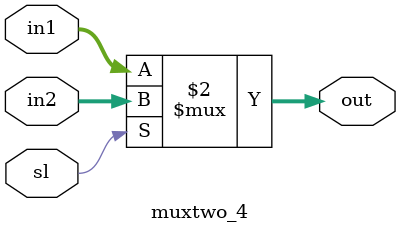
<source format=v>
module muxtwo_4(in1,in2,sl,out);
  input[4:0] in1;
  input[4:0] in2;  
  input sl;   //
  output[4:0] out;
  
  assign out=(sl==0)?in1:in2;
  
endmodule

</source>
